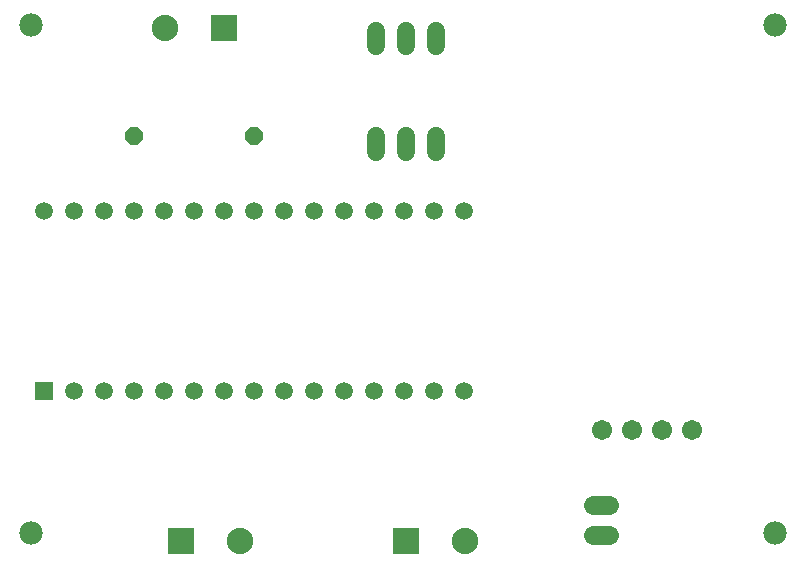
<source format=gbr>
G04 EAGLE Gerber RS-274X export*
G75*
%MOMM*%
%FSLAX34Y34*%
%LPD*%
%INSoldermask Top*%
%IPPOS*%
%AMOC8*
5,1,8,0,0,1.08239X$1,22.5*%
G01*
%ADD10C,1.981200*%
%ADD11R,1.511200X1.511200*%
%ADD12C,1.511200*%
%ADD13R,2.235200X2.235200*%
%ADD14C,2.235200*%
%ADD15C,1.524000*%
%ADD16P,1.649562X8X202.500000*%
%ADD17C,1.711200*%
%ADD18C,1.625600*%


D10*
X27300Y462700D03*
X657300Y462700D03*
X657300Y32700D03*
X27300Y32700D03*
D11*
X38100Y152400D03*
D12*
X63500Y152400D03*
X88900Y152400D03*
X114300Y152400D03*
X139700Y152400D03*
X165100Y152400D03*
X190500Y152400D03*
X215900Y152400D03*
X241300Y152400D03*
X266700Y152400D03*
X292100Y152400D03*
X317500Y152400D03*
X342900Y152400D03*
X368300Y152400D03*
X393700Y152400D03*
X393700Y304800D03*
X368300Y304800D03*
X342900Y304800D03*
X317500Y304800D03*
X292100Y304800D03*
X266700Y304800D03*
X241300Y304800D03*
X215900Y304800D03*
X190500Y304800D03*
X165100Y304800D03*
X139700Y304800D03*
X114300Y304800D03*
X88900Y304800D03*
X63500Y304800D03*
X38100Y304800D03*
D13*
X190500Y459900D03*
D14*
X140500Y459900D03*
D15*
X319400Y368300D02*
X319400Y355092D01*
X344800Y355092D02*
X344800Y368300D01*
X344800Y444500D02*
X344800Y457708D01*
X319400Y457708D02*
X319400Y444500D01*
X370200Y368300D02*
X370200Y355092D01*
X370200Y444500D02*
X370200Y457708D01*
D13*
X344800Y25400D03*
D14*
X394800Y25400D03*
D16*
X215900Y368300D03*
X114300Y368300D03*
D13*
X154300Y25400D03*
D14*
X204300Y25400D03*
D17*
X510700Y119850D03*
X536100Y119850D03*
X561500Y119850D03*
X586900Y119850D03*
D18*
X517112Y30300D02*
X502888Y30300D01*
X502888Y55700D02*
X517112Y55700D01*
M02*

</source>
